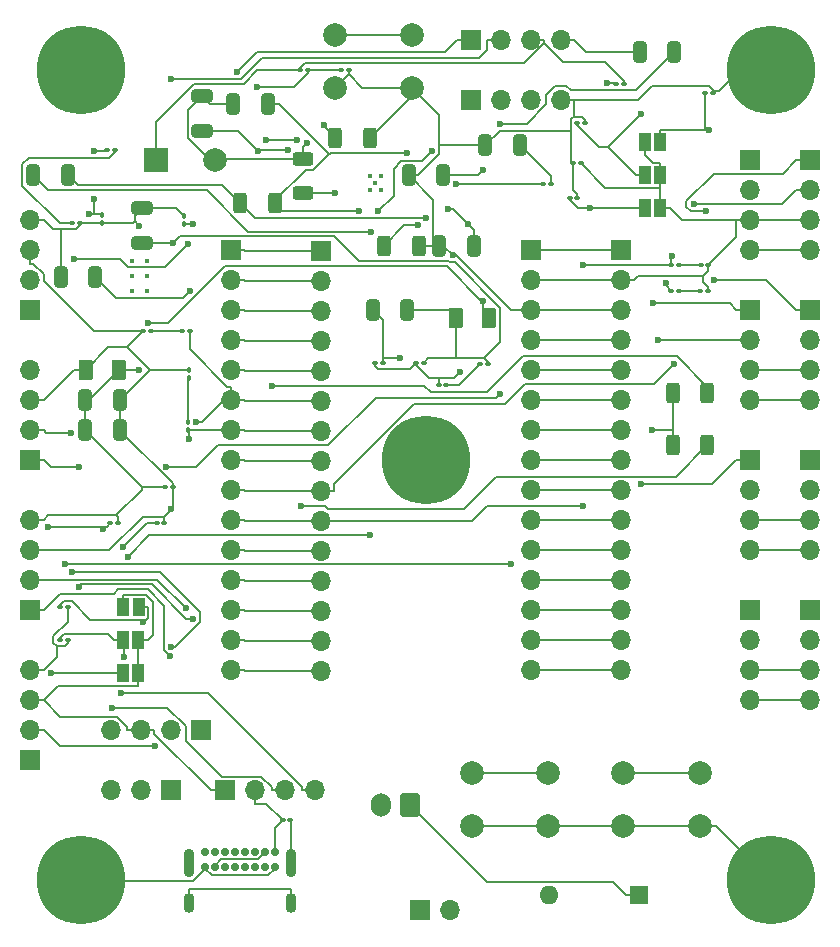
<source format=gbl>
G04 #@! TF.GenerationSoftware,KiCad,Pcbnew,8.0.7*
G04 #@! TF.CreationDate,2025-01-26T00:40:11-05:00*
G04 #@! TF.ProjectId,shadow,73686164-6f77-42e6-9b69-6361645f7063,rev?*
G04 #@! TF.SameCoordinates,Original*
G04 #@! TF.FileFunction,Copper,L2,Bot*
G04 #@! TF.FilePolarity,Positive*
%FSLAX46Y46*%
G04 Gerber Fmt 4.6, Leading zero omitted, Abs format (unit mm)*
G04 Created by KiCad (PCBNEW 8.0.7) date 2025-01-26 00:40:11*
%MOMM*%
%LPD*%
G01*
G04 APERTURE LIST*
G04 Aperture macros list*
%AMRoundRect*
0 Rectangle with rounded corners*
0 $1 Rounding radius*
0 $2 $3 $4 $5 $6 $7 $8 $9 X,Y pos of 4 corners*
0 Add a 4 corners polygon primitive as box body*
4,1,4,$2,$3,$4,$5,$6,$7,$8,$9,$2,$3,0*
0 Add four circle primitives for the rounded corners*
1,1,$1+$1,$2,$3*
1,1,$1+$1,$4,$5*
1,1,$1+$1,$6,$7*
1,1,$1+$1,$8,$9*
0 Add four rect primitives between the rounded corners*
20,1,$1+$1,$2,$3,$4,$5,0*
20,1,$1+$1,$4,$5,$6,$7,0*
20,1,$1+$1,$6,$7,$8,$9,0*
20,1,$1+$1,$8,$9,$2,$3,0*%
G04 Aperture macros list end*
G04 #@! TA.AperFunction,ComponentPad*
%ADD10R,1.700000X1.700000*%
G04 #@! TD*
G04 #@! TA.AperFunction,ComponentPad*
%ADD11O,1.700000X1.700000*%
G04 #@! TD*
G04 #@! TA.AperFunction,ComponentPad*
%ADD12RoundRect,0.250000X0.600000X0.750000X-0.600000X0.750000X-0.600000X-0.750000X0.600000X-0.750000X0*%
G04 #@! TD*
G04 #@! TA.AperFunction,ComponentPad*
%ADD13O,1.700000X2.000000*%
G04 #@! TD*
G04 #@! TA.AperFunction,ComponentPad*
%ADD14C,2.000000*%
G04 #@! TD*
G04 #@! TA.AperFunction,ComponentPad*
%ADD15C,7.500000*%
G04 #@! TD*
G04 #@! TA.AperFunction,ComponentPad*
%ADD16C,0.400000*%
G04 #@! TD*
G04 #@! TA.AperFunction,ComponentPad*
%ADD17R,1.600000X1.600000*%
G04 #@! TD*
G04 #@! TA.AperFunction,ComponentPad*
%ADD18O,1.600000X1.600000*%
G04 #@! TD*
G04 #@! TA.AperFunction,ComponentPad*
%ADD19C,0.700000*%
G04 #@! TD*
G04 #@! TA.AperFunction,ComponentPad*
%ADD20O,0.900000X2.400000*%
G04 #@! TD*
G04 #@! TA.AperFunction,ComponentPad*
%ADD21O,0.900000X1.700000*%
G04 #@! TD*
G04 #@! TA.AperFunction,ComponentPad*
%ADD22R,2.000000X2.000000*%
G04 #@! TD*
G04 #@! TA.AperFunction,SMDPad,CuDef*
%ADD23RoundRect,0.100000X-0.130000X-0.100000X0.130000X-0.100000X0.130000X0.100000X-0.130000X0.100000X0*%
G04 #@! TD*
G04 #@! TA.AperFunction,SMDPad,CuDef*
%ADD24RoundRect,0.250000X-0.375000X-0.625000X0.375000X-0.625000X0.375000X0.625000X-0.375000X0.625000X0*%
G04 #@! TD*
G04 #@! TA.AperFunction,SMDPad,CuDef*
%ADD25RoundRect,0.250000X0.325000X0.650000X-0.325000X0.650000X-0.325000X-0.650000X0.325000X-0.650000X0*%
G04 #@! TD*
G04 #@! TA.AperFunction,SMDPad,CuDef*
%ADD26R,1.000000X1.500000*%
G04 #@! TD*
G04 #@! TA.AperFunction,SMDPad,CuDef*
%ADD27RoundRect,0.100000X0.130000X0.100000X-0.130000X0.100000X-0.130000X-0.100000X0.130000X-0.100000X0*%
G04 #@! TD*
G04 #@! TA.AperFunction,SMDPad,CuDef*
%ADD28RoundRect,0.100000X-0.100000X0.130000X-0.100000X-0.130000X0.100000X-0.130000X0.100000X0.130000X0*%
G04 #@! TD*
G04 #@! TA.AperFunction,SMDPad,CuDef*
%ADD29RoundRect,0.250000X0.312500X0.625000X-0.312500X0.625000X-0.312500X-0.625000X0.312500X-0.625000X0*%
G04 #@! TD*
G04 #@! TA.AperFunction,SMDPad,CuDef*
%ADD30RoundRect,0.250000X-0.312500X-0.625000X0.312500X-0.625000X0.312500X0.625000X-0.312500X0.625000X0*%
G04 #@! TD*
G04 #@! TA.AperFunction,SMDPad,CuDef*
%ADD31RoundRect,0.250000X0.625000X-0.312500X0.625000X0.312500X-0.625000X0.312500X-0.625000X-0.312500X0*%
G04 #@! TD*
G04 #@! TA.AperFunction,SMDPad,CuDef*
%ADD32RoundRect,0.250000X0.650000X-0.325000X0.650000X0.325000X-0.650000X0.325000X-0.650000X-0.325000X0*%
G04 #@! TD*
G04 #@! TA.AperFunction,SMDPad,CuDef*
%ADD33RoundRect,0.100000X0.100000X-0.130000X0.100000X0.130000X-0.100000X0.130000X-0.100000X-0.130000X0*%
G04 #@! TD*
G04 #@! TA.AperFunction,ViaPad*
%ADD34C,0.600000*%
G04 #@! TD*
G04 #@! TA.AperFunction,Conductor*
%ADD35C,0.200000*%
G04 #@! TD*
G04 APERTURE END LIST*
D10*
X162052000Y-99060000D03*
D11*
X162052000Y-101600000D03*
X162052000Y-104140000D03*
X162052000Y-106680000D03*
D10*
X96037000Y-86360000D03*
D11*
X96037000Y-83820000D03*
X96037000Y-81280000D03*
X96037000Y-78740000D03*
D12*
X128230000Y-115570000D03*
D13*
X125730000Y-115570000D03*
D10*
X96037000Y-99060000D03*
D11*
X96037000Y-96520000D03*
X96037000Y-93980000D03*
X96037000Y-91440000D03*
D10*
X96037000Y-73660000D03*
D11*
X96037000Y-71120000D03*
X96037000Y-68580000D03*
X96037000Y-66040000D03*
D10*
X156972000Y-60960000D03*
D11*
X156972000Y-63500000D03*
X156972000Y-66040000D03*
X156972000Y-68580000D03*
D10*
X110490000Y-109220000D03*
D11*
X107950000Y-109220000D03*
X105410000Y-109220000D03*
X102870000Y-109220000D03*
D10*
X107950000Y-114300000D03*
D11*
X105410000Y-114300000D03*
X102870000Y-114300000D03*
D10*
X156972000Y-86360000D03*
D11*
X156972000Y-88900000D03*
X156972000Y-91440000D03*
X156972000Y-93980000D03*
D14*
X146277000Y-112812000D03*
X152777000Y-112812000D03*
X146277000Y-117312000D03*
X152777000Y-117312000D03*
D10*
X138430000Y-68580000D03*
D11*
X138430000Y-71120000D03*
X138430000Y-73660000D03*
X138430000Y-76200000D03*
X138430000Y-78740000D03*
X138430000Y-81280000D03*
X138430000Y-83820000D03*
X138430000Y-86360000D03*
X138430000Y-88900000D03*
X138430000Y-91440000D03*
X138430000Y-93980000D03*
X138430000Y-96520000D03*
X138430000Y-99060000D03*
X138430000Y-101600000D03*
X138430000Y-104140000D03*
D14*
X121870000Y-50328000D03*
X128370000Y-50328000D03*
X121870000Y-54828000D03*
X128370000Y-54828000D03*
D15*
X100330000Y-121920000D03*
D10*
X112557000Y-114300000D03*
D11*
X115097000Y-114300000D03*
X117637000Y-114300000D03*
X120177000Y-114300000D03*
D15*
X158750000Y-121920000D03*
D10*
X162052000Y-73660000D03*
D11*
X162052000Y-76200000D03*
X162052000Y-78740000D03*
X162052000Y-81280000D03*
D10*
X162052000Y-86360000D03*
D11*
X162052000Y-88900000D03*
X162052000Y-91440000D03*
X162052000Y-93980000D03*
D16*
X124830000Y-62265000D03*
X125730000Y-62265000D03*
X125280000Y-62865000D03*
X124830000Y-63465000D03*
X125730000Y-63465000D03*
X105928200Y-72064400D03*
X104628200Y-72064400D03*
X105928200Y-70764400D03*
X104628200Y-70764400D03*
X105928200Y-69464400D03*
X104628200Y-69464400D03*
D10*
X129057000Y-124460000D03*
D11*
X131597000Y-124460000D03*
D14*
X133427000Y-112812000D03*
X139927000Y-112812000D03*
X133427000Y-117312000D03*
X139927000Y-117312000D03*
D15*
X100330000Y-53340000D03*
D10*
X133350000Y-55855000D03*
D11*
X135890000Y-55855000D03*
X138430000Y-55855000D03*
X140970000Y-55855000D03*
D17*
X147574000Y-123190000D03*
D18*
X139954000Y-123190000D03*
D19*
X110817000Y-119495200D03*
X111667000Y-119495200D03*
X112517000Y-119495200D03*
X113367000Y-119495200D03*
X114217000Y-119495200D03*
X115067000Y-119495200D03*
X115917000Y-119495200D03*
X116767000Y-119495200D03*
X116767000Y-120845200D03*
X115917000Y-120845200D03*
X115067000Y-120845200D03*
X114217000Y-120845200D03*
X113367000Y-120845200D03*
X112517000Y-120845200D03*
X111667000Y-120845200D03*
X110817000Y-120845200D03*
D20*
X109467000Y-120475200D03*
D21*
X109467000Y-123855200D03*
D20*
X118117000Y-120475200D03*
D21*
X118117000Y-123855200D03*
D10*
X113030000Y-68580000D03*
D11*
X113030000Y-71120000D03*
X113030000Y-73660000D03*
X113030000Y-76200000D03*
X113030000Y-78740000D03*
X113030000Y-81280000D03*
X113030000Y-83820000D03*
X113030000Y-86360000D03*
X113030000Y-88900000D03*
X113030000Y-91440000D03*
X113030000Y-93980000D03*
X113030000Y-96520000D03*
X113030000Y-99060000D03*
X113030000Y-101600000D03*
X113030000Y-104140000D03*
D10*
X162052000Y-60960000D03*
D11*
X162052000Y-63500000D03*
X162052000Y-66040000D03*
X162052000Y-68580000D03*
D15*
X129540000Y-86360000D03*
D10*
X156997000Y-73660000D03*
D11*
X156997000Y-76200000D03*
X156997000Y-78740000D03*
X156997000Y-81280000D03*
D10*
X120650000Y-68610000D03*
D11*
X120650000Y-71150000D03*
X120650000Y-73690000D03*
X120650000Y-76230000D03*
X120650000Y-78770000D03*
X120650000Y-81310000D03*
X120650000Y-83850000D03*
X120650000Y-86390000D03*
X120650000Y-88930000D03*
X120650000Y-91470000D03*
X120650000Y-94010000D03*
X120650000Y-96550000D03*
X120650000Y-99090000D03*
X120650000Y-101630000D03*
X120650000Y-104170000D03*
D15*
X158750000Y-53340000D03*
D10*
X96037000Y-111760000D03*
D11*
X96037000Y-109220000D03*
X96037000Y-106680000D03*
X96037000Y-104140000D03*
D10*
X146050000Y-68580000D03*
D11*
X146050000Y-71120000D03*
X146050000Y-73660000D03*
X146050000Y-76200000D03*
X146050000Y-78740000D03*
X146050000Y-81280000D03*
X146050000Y-83820000D03*
X146050000Y-86360000D03*
X146050000Y-88900000D03*
X146050000Y-91440000D03*
X146050000Y-93980000D03*
X146050000Y-96520000D03*
X146050000Y-99060000D03*
X146050000Y-101600000D03*
X146050000Y-104140000D03*
D10*
X156972000Y-99060000D03*
D11*
X156972000Y-101600000D03*
X156972000Y-104140000D03*
X156972000Y-106680000D03*
D10*
X133350000Y-50800000D03*
D11*
X135890000Y-50800000D03*
X138430000Y-50800000D03*
X140970000Y-50800000D03*
D22*
X106683800Y-60985400D03*
D14*
X111683800Y-60985400D03*
D23*
X105623000Y-75438000D03*
X106263000Y-75438000D03*
D24*
X100736000Y-78740000D03*
X103536000Y-78740000D03*
D25*
X127992000Y-73660000D03*
X125042000Y-73660000D03*
D26*
X149409000Y-59436000D03*
X148109000Y-59436000D03*
D27*
X142676000Y-61214000D03*
X142036000Y-61214000D03*
X100258000Y-66294000D03*
X99618000Y-66294000D03*
D25*
X99239600Y-62230000D03*
X96289600Y-62230000D03*
D23*
X128737000Y-78105000D03*
X129377000Y-78105000D03*
D28*
X109372000Y-83155000D03*
X109372000Y-83795000D03*
D27*
X99242000Y-98806000D03*
X98602000Y-98806000D03*
D25*
X103657000Y-83820000D03*
X100707000Y-83820000D03*
D27*
X99217000Y-101600000D03*
X98577000Y-101600000D03*
D26*
X149407000Y-62230000D03*
X148107000Y-62230000D03*
D27*
X123027000Y-53340000D03*
X122387000Y-53340000D03*
D24*
X132102000Y-74295000D03*
X134902000Y-74295000D03*
D25*
X150598000Y-51816000D03*
X147648000Y-51816000D03*
D27*
X119562000Y-53340000D03*
X118922000Y-53340000D03*
D29*
X153379500Y-80645000D03*
X150454500Y-80645000D03*
D27*
X153446000Y-69850000D03*
X152806000Y-69850000D03*
X142367000Y-64135000D03*
X141727000Y-64135000D03*
X103469000Y-91694000D03*
X102829000Y-91694000D03*
X150967000Y-69845000D03*
X150327000Y-69845000D03*
D25*
X101576000Y-70866000D03*
X98626000Y-70866000D03*
X116152000Y-56220000D03*
X113202000Y-56220000D03*
D29*
X153379500Y-85090000D03*
X150454500Y-85090000D03*
D27*
X108102000Y-88646000D03*
X107462000Y-88646000D03*
D26*
X105226000Y-98806000D03*
X103926000Y-98806000D03*
D30*
X121879500Y-59055000D03*
X124804500Y-59055000D03*
D27*
X150962000Y-72009000D03*
X150322000Y-72009000D03*
D25*
X131040000Y-62230000D03*
X128090000Y-62230000D03*
D27*
X118085000Y-116840000D03*
X117445000Y-116840000D03*
D25*
X103657000Y-81280000D03*
X100707000Y-81280000D03*
X137517000Y-59690000D03*
X134567000Y-59690000D03*
D29*
X128930000Y-68199000D03*
X126005000Y-68199000D03*
D23*
X134162000Y-78232000D03*
X134802000Y-78232000D03*
D30*
X113828100Y-64617600D03*
X116753100Y-64617600D03*
D26*
X149409000Y-65024000D03*
X148109000Y-65024000D03*
D28*
X109057000Y-65720000D03*
X109057000Y-66360000D03*
D27*
X143002000Y-57785000D03*
X142362000Y-57785000D03*
D25*
X133641500Y-68199000D03*
X130691500Y-68199000D03*
D31*
X119126000Y-63754000D03*
X119126000Y-60829000D03*
D32*
X110607300Y-58474400D03*
X110607300Y-55524400D03*
D26*
X105211000Y-101600000D03*
X103911000Y-101600000D03*
D23*
X130642000Y-80010000D03*
X131282000Y-80010000D03*
X108900000Y-75438000D03*
X109540000Y-75438000D03*
D27*
X125887000Y-78105000D03*
X125247000Y-78105000D03*
X146304000Y-54483000D03*
X145664000Y-54483000D03*
D32*
X105537000Y-67997600D03*
X105537000Y-65047600D03*
D27*
X107401000Y-91694000D03*
X106761000Y-91694000D03*
D28*
X109499000Y-78740000D03*
X109499000Y-79380000D03*
D33*
X102133000Y-66269000D03*
X102133000Y-65629000D03*
D27*
X140136000Y-62992000D03*
X139496000Y-62992000D03*
D26*
X105211000Y-104394000D03*
X103911000Y-104394000D03*
D27*
X153827000Y-55245000D03*
X153187000Y-55245000D03*
X103200600Y-60071000D03*
X102560600Y-60071000D03*
X153421000Y-72009000D03*
X152781000Y-72009000D03*
D34*
X117837800Y-60088900D03*
X115360700Y-60206400D03*
X148666400Y-83768900D03*
X127942300Y-60383400D03*
X123906900Y-65254500D03*
X124898100Y-67004400D03*
X107967700Y-90473600D03*
X128883400Y-66481200D03*
X121852900Y-63754000D03*
X120911600Y-57981300D03*
X116558000Y-80040000D03*
X119014800Y-90212300D03*
X116044000Y-59223400D03*
X118672800Y-59223400D03*
X109604200Y-72013500D03*
X129540000Y-65860800D03*
X147788600Y-88372100D03*
X153938700Y-71144300D03*
X148764100Y-73085200D03*
X150376100Y-69104400D03*
X142827200Y-69845000D03*
X142827200Y-90215300D03*
X149243100Y-76200000D03*
X149844800Y-71383900D03*
X150550500Y-78186100D03*
X152239500Y-64669400D03*
X153298700Y-65277000D03*
X136756600Y-95173100D03*
X99005900Y-95173100D03*
X130088000Y-60170600D03*
X125519900Y-65257200D03*
X124795200Y-92710000D03*
X104321400Y-94539300D03*
X106586600Y-110577600D03*
X110074400Y-83113200D03*
X99798100Y-69349700D03*
X109433500Y-68031900D03*
X107985500Y-54077600D03*
X109818500Y-99767700D03*
X100183400Y-86955000D03*
X100183400Y-97081600D03*
X103719700Y-106053900D03*
X109216800Y-98867300D03*
X109457300Y-84590800D03*
X107884200Y-102978900D03*
X107969300Y-102172900D03*
X99571200Y-95798200D03*
X99468800Y-84026400D03*
X113554300Y-53475900D03*
X103001400Y-107308900D03*
X144908600Y-54455000D03*
X143418300Y-65024000D03*
X147773100Y-57060000D03*
X103929800Y-93688300D03*
X105630100Y-100073200D03*
X104004800Y-102997000D03*
X102242700Y-92207000D03*
X97590400Y-91987100D03*
X97791300Y-104394000D03*
X153484500Y-58384300D03*
X134382000Y-61774800D03*
X115217000Y-54728600D03*
X101001500Y-65517400D03*
X101417400Y-64260700D03*
X101417400Y-60167900D03*
X134382000Y-72873400D03*
X106019600Y-74727800D03*
X108153200Y-67997600D03*
X109847300Y-66360000D03*
X132140800Y-62992000D03*
X132406900Y-78894400D03*
X133129300Y-66328000D03*
X131403400Y-65085200D03*
X135833200Y-57856600D03*
X135833200Y-80745100D03*
X107573200Y-86940700D03*
X105278200Y-66511500D03*
X127329900Y-77730300D03*
X105278200Y-78740000D03*
X119487100Y-59497100D03*
X131805200Y-69016500D03*
D35*
X111667000Y-120726400D02*
X111667000Y-120845200D01*
X112223200Y-120170200D02*
X111667000Y-120726400D01*
X115323300Y-120170200D02*
X112223200Y-120170200D01*
X115917000Y-119576500D02*
X115323300Y-120170200D01*
X115917000Y-119495200D02*
X115917000Y-119576500D01*
X115478200Y-60088900D02*
X115360700Y-60206400D01*
X117837800Y-60088900D02*
X115478200Y-60088900D01*
X113628700Y-58474400D02*
X110607300Y-58474400D01*
X115360700Y-60206400D02*
X113628700Y-58474400D01*
X150454500Y-85090000D02*
X150454500Y-83768900D01*
X134748300Y-122088300D02*
X128230000Y-115570000D01*
X145370600Y-122088300D02*
X134748300Y-122088300D01*
X146472300Y-123190000D02*
X145370600Y-122088300D01*
X147574000Y-123190000D02*
X146472300Y-123190000D01*
X150454500Y-83768900D02*
X150454500Y-80645000D01*
X150454500Y-83768900D02*
X148666400Y-83768900D01*
X119968900Y-61764800D02*
X121324800Y-60408900D01*
X119363200Y-61764800D02*
X119968900Y-61764800D01*
X116753100Y-64374900D02*
X119363200Y-61764800D01*
X116753100Y-64617600D02*
X116753100Y-64374900D01*
X117135800Y-56220000D02*
X116152000Y-56220000D01*
X121324800Y-60408900D02*
X117135800Y-56220000D01*
X117390000Y-65254500D02*
X123906900Y-65254500D01*
X116753100Y-64617600D02*
X117390000Y-65254500D01*
X121436800Y-60383400D02*
X127942300Y-60383400D01*
X121411200Y-60409000D02*
X121436800Y-60383400D01*
X121324800Y-60409000D02*
X121411200Y-60409000D01*
X121324800Y-60408900D02*
X121324800Y-60409000D01*
X114495900Y-67004400D02*
X124898100Y-67004400D01*
X111011500Y-63520000D02*
X114495900Y-67004400D01*
X97579600Y-63520000D02*
X111011500Y-63520000D01*
X96289600Y-62230000D02*
X97579600Y-63520000D01*
X138430000Y-50800000D02*
X139581700Y-50800000D01*
X146050000Y-71120000D02*
X147201700Y-71120000D01*
X141196100Y-52682900D02*
X139581700Y-51068500D01*
X144748600Y-52682900D02*
X141196100Y-52682900D01*
X146304000Y-54238300D02*
X144748600Y-52682900D01*
X146304000Y-54483000D02*
X146304000Y-54238300D01*
X139581700Y-51068500D02*
X139581700Y-50800000D01*
X144743700Y-63281700D02*
X149407000Y-63281700D01*
X142676000Y-61214000D02*
X144743700Y-63281700D01*
X156972000Y-66040000D02*
X155820300Y-66040000D01*
X105211000Y-101600000D02*
X105211000Y-104394000D01*
X96037000Y-106680000D02*
X97188700Y-106680000D01*
X149407000Y-62230000D02*
X149407000Y-62755800D01*
X149407000Y-62755800D02*
X149407000Y-63281700D01*
X149409000Y-62757800D02*
X149409000Y-65024000D01*
X149407000Y-62755800D02*
X149409000Y-62757800D01*
X148799600Y-61178300D02*
X149407000Y-61178300D01*
X148109000Y-60487700D02*
X148799600Y-61178300D01*
X148109000Y-59436000D02*
X148109000Y-60487700D01*
X149407000Y-62230000D02*
X149407000Y-61178300D01*
X103657000Y-83820000D02*
X103657000Y-81280000D01*
X103657000Y-81280000D02*
X106197000Y-78740000D01*
X106197000Y-78740000D02*
X109499000Y-78740000D01*
X104259000Y-76802000D02*
X105623000Y-75438000D01*
X102674000Y-76802000D02*
X104259000Y-76802000D01*
X100736000Y-78740000D02*
X102674000Y-76802000D01*
X104259000Y-76802000D02*
X106197000Y-78740000D01*
X155820300Y-67475700D02*
X155820300Y-66040000D01*
X153446000Y-69850000D02*
X155820300Y-67475700D01*
X138430000Y-71120000D02*
X146050000Y-71120000D01*
X149409000Y-65024000D02*
X150210700Y-65024000D01*
X105410000Y-109220000D02*
X106561700Y-109220000D01*
X99728700Y-78740000D02*
X100736000Y-78740000D01*
X97188700Y-81280000D02*
X99728700Y-78740000D01*
X96037000Y-81280000D02*
X97188700Y-81280000D01*
X156972000Y-104140000D02*
X162052000Y-104140000D01*
X156997000Y-78740000D02*
X162052000Y-78740000D01*
X162052000Y-66040000D02*
X156972000Y-66040000D01*
X162052000Y-91440000D02*
X156972000Y-91440000D01*
X153446000Y-70322500D02*
X152986300Y-70782200D01*
X153446000Y-69850000D02*
X153446000Y-70322500D01*
X147539500Y-70782200D02*
X147201700Y-71120000D01*
X152986300Y-70782200D02*
X147539500Y-70782200D01*
X105211000Y-104394000D02*
X105211000Y-105445700D01*
X105410000Y-109220000D02*
X104258300Y-109220000D01*
X101430900Y-75438000D02*
X105623000Y-75438000D01*
X97188700Y-71195800D02*
X101430900Y-75438000D01*
X97188700Y-70595400D02*
X97188700Y-71195800D01*
X96325000Y-69731700D02*
X97188700Y-70595400D01*
X96037000Y-69731700D02*
X96325000Y-69731700D01*
X96037000Y-68580000D02*
X96037000Y-69731700D01*
X108102000Y-88320300D02*
X108102000Y-88646000D01*
X103657000Y-83875300D02*
X108102000Y-88320300D01*
X103657000Y-83820000D02*
X103657000Y-83875300D01*
X106561700Y-109524700D02*
X106561700Y-109220000D01*
X111337000Y-114300000D02*
X106561700Y-109524700D01*
X111405300Y-114300000D02*
X111337000Y-114300000D01*
X112557000Y-114300000D02*
X111405300Y-114300000D01*
X98423000Y-105445700D02*
X97188700Y-106680000D01*
X105211000Y-105445700D02*
X98423000Y-105445700D01*
X105211000Y-101600000D02*
X106012700Y-101600000D01*
X103926000Y-98806000D02*
X103926000Y-97754300D01*
X107401000Y-91694000D02*
X107401000Y-91168200D01*
X107967700Y-90601500D02*
X107967700Y-90473600D01*
X107401000Y-91168200D02*
X107967700Y-90601500D01*
X108102000Y-90339300D02*
X108102000Y-88646000D01*
X107967700Y-90473600D02*
X108102000Y-90339300D01*
X153421000Y-71685500D02*
X153421000Y-72009000D01*
X152986300Y-71250800D02*
X153421000Y-71685500D01*
X152986300Y-70782200D02*
X152986300Y-71250800D01*
X106474800Y-101137900D02*
X106012700Y-101600000D01*
X106474800Y-98361000D02*
X106474800Y-101137900D01*
X105868100Y-97754300D02*
X106474800Y-98361000D01*
X103926000Y-97754300D02*
X105868100Y-97754300D01*
X115261700Y-53340000D02*
X118922000Y-53340000D01*
X114122400Y-54479300D02*
X115261700Y-53340000D01*
X109895900Y-54479300D02*
X114122400Y-54479300D01*
X106683800Y-57691400D02*
X109895900Y-54479300D01*
X106683800Y-60985400D02*
X106683800Y-57691400D01*
X137893600Y-52756600D02*
X139581700Y-51068500D01*
X119288300Y-52756600D02*
X137893600Y-52756600D01*
X118922000Y-53122900D02*
X119288300Y-52756600D01*
X118922000Y-53340000D02*
X118922000Y-53122900D01*
X102751900Y-93980000D02*
X96037000Y-93980000D01*
X105563700Y-91168200D02*
X102751900Y-93980000D01*
X107401000Y-91168200D02*
X105563700Y-91168200D01*
X151226700Y-66040000D02*
X155820300Y-66040000D01*
X150210700Y-65024000D02*
X151226700Y-66040000D01*
X104258300Y-108932000D02*
X104258300Y-109220000D01*
X103394600Y-108068300D02*
X104258300Y-108932000D01*
X98577000Y-108068300D02*
X103394600Y-108068300D01*
X97188700Y-106680000D02*
X98577000Y-108068300D01*
X150972000Y-69850000D02*
X152806000Y-69850000D01*
X150967000Y-69845000D02*
X150972000Y-69850000D01*
X152781000Y-72009000D02*
X150962000Y-72009000D01*
X109372000Y-79507000D02*
X109372000Y-83155000D01*
X109499000Y-79380000D02*
X109372000Y-79507000D01*
X106263000Y-75438000D02*
X108900000Y-75438000D01*
X127722800Y-66481200D02*
X128883400Y-66481200D01*
X126005000Y-68199000D02*
X127722800Y-66481200D01*
X119126000Y-63754000D02*
X121852900Y-63754000D01*
X120911600Y-58087100D02*
X120911600Y-57981300D01*
X121879500Y-59055000D02*
X120911600Y-58087100D01*
X129429300Y-80040000D02*
X116558000Y-80040000D01*
X129951700Y-80562400D02*
X129429300Y-80040000D01*
X134759000Y-80562400D02*
X129951700Y-80562400D01*
X137750100Y-77571300D02*
X134759000Y-80562400D01*
X150786600Y-77571300D02*
X137750100Y-77571300D01*
X153379500Y-80164200D02*
X150786600Y-77571300D01*
X153379500Y-80645000D02*
X153379500Y-80164200D01*
X118672800Y-59223400D02*
X116044000Y-59223400D01*
X121021100Y-90212300D02*
X119014800Y-90212300D01*
X121267900Y-90459100D02*
X121021100Y-90212300D01*
X132741600Y-90459100D02*
X121267900Y-90459100D01*
X135452400Y-87748300D02*
X132741600Y-90459100D01*
X150721200Y-87748300D02*
X135452400Y-87748300D01*
X153379500Y-85090000D02*
X150721200Y-87748300D01*
X109004000Y-72613700D02*
X109604200Y-72013500D01*
X103323700Y-72613700D02*
X109004000Y-72613700D01*
X101576000Y-70866000D02*
X103323700Y-72613700D01*
X115071300Y-65860800D02*
X129540000Y-65860800D01*
X113828100Y-64617600D02*
X115071300Y-65860800D01*
X112259600Y-63049100D02*
X113828100Y-64617600D01*
X100058700Y-63049100D02*
X112259600Y-63049100D01*
X99239600Y-62230000D02*
X100058700Y-63049100D01*
X114211700Y-96550000D02*
X114181700Y-96520000D01*
X120650000Y-96550000D02*
X114211700Y-96550000D01*
X113030000Y-96520000D02*
X114181700Y-96520000D01*
X114211700Y-73690000D02*
X114181700Y-73660000D01*
X120650000Y-73690000D02*
X114211700Y-73690000D01*
X113030000Y-73660000D02*
X114181700Y-73660000D01*
X114211700Y-101630000D02*
X114181700Y-101600000D01*
X120650000Y-101630000D02*
X114211700Y-101630000D01*
X113030000Y-101600000D02*
X114181700Y-101600000D01*
X114211700Y-86390000D02*
X114181700Y-86360000D01*
X120650000Y-86390000D02*
X114211700Y-86390000D01*
X113030000Y-86360000D02*
X114181700Y-86360000D01*
X114211700Y-78770000D02*
X114181700Y-78740000D01*
X120650000Y-78770000D02*
X114211700Y-78770000D01*
X113030000Y-78740000D02*
X114181700Y-78740000D01*
X114211700Y-71150000D02*
X114181700Y-71120000D01*
X120650000Y-71150000D02*
X114211700Y-71150000D01*
X113030000Y-71120000D02*
X114181700Y-71120000D01*
X114211700Y-76230000D02*
X114181700Y-76200000D01*
X120650000Y-76230000D02*
X114211700Y-76230000D01*
X113030000Y-76200000D02*
X114181700Y-76200000D01*
X114211700Y-104170000D02*
X114181700Y-104140000D01*
X120650000Y-104170000D02*
X114211700Y-104170000D01*
X113030000Y-104140000D02*
X114181700Y-104140000D01*
X113030000Y-93980000D02*
X114181700Y-93980000D01*
X114211700Y-94010000D02*
X114181700Y-93980000D01*
X120650000Y-94010000D02*
X114211700Y-94010000D01*
X114211700Y-68610000D02*
X114181700Y-68580000D01*
X120650000Y-68610000D02*
X114211700Y-68610000D01*
X113030000Y-68580000D02*
X114181700Y-68580000D01*
X146050000Y-104140000D02*
X138430000Y-104140000D01*
X146050000Y-86360000D02*
X138430000Y-86360000D01*
X146050000Y-83820000D02*
X138430000Y-83820000D01*
X146050000Y-81280000D02*
X138430000Y-81280000D01*
X128370000Y-50328000D02*
X121870000Y-50328000D01*
X146050000Y-68580000D02*
X138430000Y-68580000D01*
X146050000Y-88900000D02*
X138430000Y-88900000D01*
X139927000Y-112812000D02*
X133427000Y-112812000D01*
X146050000Y-93980000D02*
X138430000Y-93980000D01*
X146050000Y-101600000D02*
X138430000Y-101600000D01*
X146050000Y-99060000D02*
X138430000Y-99060000D01*
X146050000Y-96520000D02*
X138430000Y-96520000D01*
X152777000Y-112812000D02*
X146277000Y-112812000D01*
X146050000Y-91440000D02*
X138430000Y-91440000D01*
X146050000Y-76200000D02*
X138430000Y-76200000D01*
X146050000Y-78740000D02*
X138430000Y-78740000D01*
X153808200Y-88372100D02*
X147788600Y-88372100D01*
X155820300Y-86360000D02*
X153808200Y-88372100D01*
X156972000Y-86360000D02*
X155820300Y-86360000D01*
X158384600Y-71144300D02*
X160900300Y-73660000D01*
X153938700Y-71144300D02*
X158384600Y-71144300D01*
X162052000Y-73660000D02*
X160900300Y-73660000D01*
X156997000Y-73660000D02*
X155845300Y-73660000D01*
X155270500Y-73085200D02*
X148764100Y-73085200D01*
X155845300Y-73660000D02*
X155270500Y-73085200D01*
X114211700Y-91470000D02*
X114181700Y-91440000D01*
X120650000Y-91470000D02*
X114211700Y-91470000D01*
X113030000Y-91440000D02*
X114181700Y-91440000D01*
X150327000Y-69845000D02*
X142827200Y-69845000D01*
X150327000Y-69153500D02*
X150376100Y-69104400D01*
X150327000Y-69845000D02*
X150327000Y-69153500D01*
X133468900Y-91470000D02*
X120650000Y-91470000D01*
X134723600Y-90215300D02*
X133468900Y-91470000D01*
X142827200Y-90215300D02*
X134723600Y-90215300D01*
X156997000Y-76200000D02*
X149243100Y-76200000D01*
X113030000Y-88900000D02*
X114181700Y-88900000D01*
X149844800Y-71531800D02*
X149844800Y-71383900D01*
X150322000Y-72009000D02*
X149844800Y-71531800D01*
X120650000Y-88930000D02*
X121801700Y-88930000D01*
X148844900Y-79891700D02*
X150550500Y-78186100D01*
X137961100Y-79891700D02*
X148844900Y-79891700D01*
X136213600Y-81639200D02*
X137961100Y-79891700D01*
X128518700Y-81639200D02*
X136213600Y-81639200D01*
X121801700Y-88356200D02*
X128518700Y-81639200D01*
X121801700Y-88930000D02*
X121801700Y-88356200D01*
X114211700Y-88930000D02*
X114181700Y-88900000D01*
X120650000Y-88930000D02*
X114211700Y-88930000D01*
X162052000Y-63500000D02*
X160900300Y-63500000D01*
X159730900Y-64669400D02*
X152239500Y-64669400D01*
X160900300Y-63500000D02*
X159730900Y-64669400D01*
X162052000Y-60960000D02*
X160900300Y-60960000D01*
X151956800Y-65277000D02*
X153298700Y-65277000D01*
X151617000Y-64937200D02*
X151956800Y-65277000D01*
X151617000Y-64401900D02*
X151617000Y-64937200D01*
X153907200Y-62111700D02*
X151617000Y-64401900D01*
X159748600Y-62111700D02*
X153907200Y-62111700D01*
X160900300Y-60960000D02*
X159748600Y-62111700D01*
X136756600Y-95173100D02*
X99005900Y-95173100D01*
X106150700Y-92710000D02*
X124795200Y-92710000D01*
X104321400Y-94539300D02*
X106150700Y-92710000D01*
X129252800Y-61005800D02*
X130088000Y-60170600D01*
X127481100Y-61005800D02*
X129252800Y-61005800D01*
X126811900Y-61675000D02*
X127481100Y-61005800D01*
X126811900Y-63965200D02*
X126811900Y-61675000D01*
X125519900Y-65257200D02*
X126811900Y-63965200D01*
X96037000Y-109220000D02*
X97188700Y-109220000D01*
X98546300Y-110577600D02*
X106586600Y-110577600D01*
X97188700Y-109220000D02*
X98546300Y-110577600D01*
X114211700Y-81310000D02*
X114181700Y-81280000D01*
X120650000Y-81310000D02*
X114211700Y-81310000D01*
X113605900Y-81280000D02*
X114181700Y-81280000D01*
X113605900Y-81280000D02*
X113030000Y-81280000D01*
X109540000Y-76926200D02*
X109540000Y-75438000D01*
X112742100Y-80128300D02*
X109540000Y-76926200D01*
X113030000Y-80128300D02*
X112742100Y-80128300D01*
X113030000Y-81280000D02*
X113030000Y-80704100D01*
X113030000Y-80704100D02*
X113030000Y-80128300D01*
X110620900Y-83113200D02*
X110074400Y-83113200D01*
X113030000Y-80704100D02*
X110620900Y-83113200D01*
X135890000Y-50800000D02*
X134738300Y-50800000D01*
X107446600Y-70018800D02*
X109433500Y-68031900D01*
X104360600Y-70018800D02*
X107446600Y-70018800D01*
X103691500Y-69349700D02*
X104360600Y-70018800D01*
X99798100Y-69349700D02*
X103691500Y-69349700D01*
X113855900Y-54077600D02*
X107985500Y-54077600D01*
X115646600Y-52286900D02*
X113855900Y-54077600D01*
X134043200Y-52286900D02*
X115646600Y-52286900D01*
X134738300Y-51591800D02*
X134043200Y-52286900D01*
X134738300Y-50800000D02*
X134738300Y-51591800D01*
X96037000Y-86360000D02*
X97188700Y-86360000D01*
X97783700Y-86955000D02*
X100183400Y-86955000D01*
X97188700Y-86360000D02*
X97783700Y-86955000D01*
X100384300Y-96880700D02*
X100183400Y-97081600D01*
X106328500Y-96880700D02*
X100384300Y-96880700D01*
X109215500Y-99767700D02*
X106328500Y-96880700D01*
X109818500Y-99767700D02*
X109215500Y-99767700D01*
X120177000Y-114300000D02*
X119025300Y-114300000D01*
X111067100Y-106053900D02*
X103719700Y-106053900D01*
X119025300Y-114012100D02*
X111067100Y-106053900D01*
X119025300Y-114300000D02*
X119025300Y-114012100D01*
X96037000Y-96520000D02*
X97188700Y-96520000D01*
X97237400Y-96471300D02*
X97188700Y-96520000D01*
X106820800Y-96471300D02*
X97237400Y-96471300D01*
X109216800Y-98867300D02*
X106820800Y-96471300D01*
X114211700Y-83850000D02*
X114181700Y-83820000D01*
X120650000Y-83850000D02*
X114211700Y-83850000D01*
X113030000Y-83820000D02*
X114181700Y-83820000D01*
X113030000Y-83820000D02*
X111878300Y-83820000D01*
X109457300Y-83820000D02*
X109457300Y-84590800D01*
X109397000Y-83820000D02*
X109457300Y-83820000D01*
X109372000Y-83795000D02*
X109397000Y-83820000D01*
X109457300Y-83820000D02*
X111878300Y-83820000D01*
X96037000Y-99060000D02*
X97188700Y-99060000D01*
X98557900Y-97690800D02*
X97188700Y-99060000D01*
X103116800Y-97690800D02*
X98557900Y-97690800D01*
X103497600Y-97310000D02*
X103116800Y-97690800D01*
X105995000Y-97310000D02*
X103497600Y-97310000D01*
X107367600Y-98682600D02*
X105995000Y-97310000D01*
X107367600Y-102462300D02*
X107367600Y-98682600D01*
X107884200Y-102978900D02*
X107367600Y-102462300D01*
X97395100Y-84026400D02*
X99468800Y-84026400D01*
X97188700Y-83820000D02*
X97395100Y-84026400D01*
X96037000Y-83820000D02*
X97188700Y-83820000D01*
X108323200Y-102172900D02*
X107969300Y-102172900D01*
X110457500Y-100038600D02*
X108323200Y-102172900D01*
X110457500Y-99232400D02*
X110457500Y-100038600D01*
X107023300Y-95798200D02*
X110457500Y-99232400D01*
X99571200Y-95798200D02*
X107023300Y-95798200D01*
X133350000Y-50800000D02*
X132198300Y-50800000D01*
X115211400Y-51818800D02*
X113554300Y-53475900D01*
X131179500Y-51818800D02*
X115211400Y-51818800D01*
X132198300Y-50800000D02*
X131179500Y-51818800D01*
X117637000Y-114300000D02*
X116485300Y-114300000D01*
X116485300Y-114012000D02*
X116485300Y-114300000D01*
X115621600Y-113148300D02*
X116485300Y-114012000D01*
X112257300Y-113148300D02*
X115621600Y-113148300D01*
X109220000Y-110111000D02*
X112257300Y-113148300D01*
X109220000Y-108859300D02*
X109220000Y-110111000D01*
X107669600Y-107308900D02*
X109220000Y-108859300D01*
X103001400Y-107308900D02*
X107669600Y-107308900D01*
X145636000Y-54455000D02*
X144908600Y-54455000D01*
X145664000Y-54483000D02*
X145636000Y-54455000D01*
X148109000Y-65024000D02*
X143418300Y-65024000D01*
X141727000Y-64356900D02*
X141727000Y-64135000D01*
X142394100Y-65024000D02*
X141727000Y-64356900D01*
X143418300Y-65024000D02*
X142394100Y-65024000D01*
X148107000Y-62230000D02*
X147305300Y-62230000D01*
X144955400Y-59880100D02*
X147305300Y-62230000D01*
X144225000Y-59880100D02*
X144955400Y-59880100D01*
X142362000Y-58017100D02*
X144225000Y-59880100D01*
X142362000Y-57785000D02*
X142362000Y-58017100D01*
X147773100Y-57062400D02*
X147773100Y-57060000D01*
X144955400Y-59880100D02*
X147773100Y-57062400D01*
X105924100Y-91694000D02*
X103929800Y-93688300D01*
X106761000Y-91694000D02*
X105924100Y-91694000D01*
X105226000Y-98806000D02*
X106027700Y-98806000D01*
X105630100Y-99881700D02*
X105630100Y-100073200D01*
X101152100Y-99881700D02*
X105630100Y-99881700D01*
X99573000Y-98302600D02*
X101152100Y-99881700D01*
X98911500Y-98302600D02*
X99573000Y-98302600D01*
X98602000Y-98612100D02*
X98911500Y-98302600D01*
X98602000Y-98806000D02*
X98602000Y-98612100D01*
X106027700Y-99747300D02*
X106027700Y-98806000D01*
X105893300Y-99881700D02*
X106027700Y-99747300D01*
X105630100Y-99881700D02*
X105893300Y-99881700D01*
X102606900Y-101097600D02*
X103109300Y-101600000D01*
X98888400Y-101097600D02*
X102606900Y-101097600D01*
X98577000Y-101409000D02*
X98888400Y-101097600D01*
X98577000Y-101600000D02*
X98577000Y-101409000D01*
X103911000Y-101600000D02*
X103510200Y-101600000D01*
X103510200Y-101600000D02*
X103109300Y-101600000D01*
X104004800Y-102094600D02*
X104004800Y-102997000D01*
X103510200Y-101600000D02*
X104004800Y-102094600D01*
X102535900Y-91987100D02*
X102242700Y-91987100D01*
X102829000Y-91694000D02*
X102535900Y-91987100D01*
X102242700Y-91987100D02*
X102242700Y-92207000D01*
X103911000Y-104394000D02*
X97791300Y-104394000D01*
X102242700Y-91987100D02*
X97590400Y-91987100D01*
X149409000Y-59436000D02*
X149409000Y-58384300D01*
X153187000Y-55245000D02*
X153187000Y-58384300D01*
X149409000Y-58384300D02*
X153187000Y-58384300D01*
X153187000Y-58384300D02*
X153484500Y-58384300D01*
X133926800Y-62230000D02*
X134382000Y-61774800D01*
X131040000Y-62230000D02*
X133926800Y-62230000D01*
X119562000Y-53340000D02*
X122387000Y-53340000D01*
X118380800Y-54728600D02*
X115217000Y-54728600D01*
X119562000Y-53547400D02*
X118380800Y-54728600D01*
X119562000Y-53340000D02*
X119562000Y-53547400D01*
X103200600Y-60310500D02*
X103200600Y-60071000D01*
X102741500Y-60769600D02*
X103200600Y-60310500D01*
X95945400Y-60769600D02*
X102741500Y-60769600D01*
X95396900Y-61318100D02*
X95945400Y-60769600D01*
X95396900Y-63106900D02*
X95396900Y-61318100D01*
X98584000Y-66294000D02*
X95396900Y-63106900D01*
X99618000Y-66294000D02*
X98584000Y-66294000D01*
X102463700Y-60167900D02*
X102560600Y-60071000D01*
X101417400Y-60167900D02*
X102463700Y-60167900D01*
X102021400Y-65517400D02*
X101417400Y-65517400D01*
X102133000Y-65629000D02*
X102021400Y-65517400D01*
X101417400Y-65517400D02*
X101001500Y-65517400D01*
X101417400Y-65517400D02*
X101417400Y-64260700D01*
X134382000Y-73775000D02*
X134382000Y-72873400D01*
X134902000Y-74295000D02*
X134382000Y-73775000D01*
X107742400Y-74727800D02*
X106019600Y-74727800D01*
X112537000Y-69933200D02*
X107742400Y-74727800D01*
X131303100Y-69933200D02*
X112537000Y-69933200D01*
X134243300Y-72873400D02*
X131303100Y-69933200D01*
X134382000Y-72873400D02*
X134243300Y-72873400D01*
X118117000Y-116872000D02*
X118117000Y-120475200D01*
X118085000Y-116840000D02*
X118117000Y-116872000D01*
X118117000Y-123855200D02*
X118117000Y-122703500D01*
X109467000Y-123855200D02*
X109467000Y-122703500D01*
X109467000Y-122703500D02*
X118117000Y-122703500D01*
X132102000Y-74295000D02*
X132102000Y-77719800D01*
X129762200Y-77719800D02*
X129377000Y-78105000D01*
X132102000Y-77719800D02*
X129762200Y-77719800D01*
X131467000Y-73660000D02*
X127992000Y-73660000D01*
X132102000Y-74295000D02*
X131467000Y-73660000D01*
X105537000Y-67997600D02*
X108153200Y-67997600D01*
X134802000Y-78040900D02*
X134480900Y-77719800D01*
X134802000Y-78232000D02*
X134802000Y-78040900D01*
X134480900Y-77719800D02*
X132102000Y-77719800D01*
X135847300Y-76353400D02*
X134480900Y-77719800D01*
X135847300Y-73437400D02*
X135847300Y-76353400D01*
X132028100Y-69618200D02*
X135847300Y-73437400D01*
X131556100Y-69618200D02*
X132028100Y-69618200D01*
X131446900Y-69509000D02*
X131556100Y-69618200D01*
X123903100Y-69509000D02*
X131446900Y-69509000D01*
X121800200Y-67406100D02*
X123903100Y-69509000D01*
X108744700Y-67406100D02*
X121800200Y-67406100D01*
X108153200Y-67997600D02*
X108744700Y-67406100D01*
X108151600Y-67996000D02*
X108153200Y-67997600D01*
X108153200Y-67996000D02*
X108151600Y-67996000D01*
X108153200Y-67997600D02*
X108153200Y-67996000D01*
X109057000Y-66360000D02*
X109847300Y-66360000D01*
X139496000Y-62992000D02*
X132140800Y-62992000D01*
X140136000Y-62309000D02*
X137517000Y-59690000D01*
X140136000Y-62992000D02*
X140136000Y-62309000D01*
X128234900Y-78607100D02*
X128624400Y-78217600D01*
X125489200Y-78607100D02*
X128234900Y-78607100D01*
X125247000Y-78364900D02*
X125489200Y-78607100D01*
X125247000Y-78105000D02*
X125247000Y-78364900D01*
X128624400Y-78217600D02*
X128737000Y-78105000D01*
X130642000Y-79395800D02*
X130642000Y-80010000D01*
X129802500Y-79395800D02*
X130642000Y-79395800D01*
X128624400Y-78217600D02*
X129802500Y-79395800D01*
X131905500Y-79395800D02*
X132406900Y-78894400D01*
X130642000Y-79395800D02*
X131905500Y-79395800D01*
X133641500Y-66840200D02*
X133129300Y-66328000D01*
X133641500Y-68199000D02*
X133641500Y-66840200D01*
X135507300Y-81071000D02*
X135833200Y-80745100D01*
X125329000Y-81071000D02*
X135507300Y-81071000D01*
X121295000Y-85105000D02*
X125329000Y-81071000D01*
X111965800Y-85105000D02*
X121295000Y-85105000D01*
X110130100Y-86940700D02*
X111965800Y-85105000D01*
X107573200Y-86940700D02*
X110130100Y-86940700D01*
X147357300Y-55056700D02*
X150598000Y-51816000D01*
X141800500Y-55056700D02*
X147357300Y-55056700D01*
X141447100Y-54703300D02*
X141800500Y-55056700D01*
X140457600Y-54703300D02*
X141447100Y-54703300D01*
X139700000Y-55460900D02*
X140457600Y-54703300D01*
X139700000Y-56244700D02*
X139700000Y-55460900D01*
X138088100Y-57856600D02*
X139700000Y-56244700D01*
X135833200Y-57856600D02*
X138088100Y-57856600D01*
X131886500Y-65085200D02*
X131403400Y-65085200D01*
X133129300Y-66328000D02*
X131886500Y-65085200D01*
X132384000Y-80010000D02*
X134162000Y-78232000D01*
X131282000Y-80010000D02*
X132384000Y-80010000D01*
X108384600Y-65047600D02*
X105537000Y-65047600D01*
X109057000Y-65720000D02*
X108384600Y-65047600D01*
X140970000Y-55855000D02*
X142121700Y-55855000D01*
X115097000Y-114300000D02*
X115097000Y-115451700D01*
X96037000Y-91440000D02*
X97188700Y-91440000D01*
X142036000Y-63525000D02*
X142036000Y-61214000D01*
X142367000Y-63856000D02*
X142036000Y-63525000D01*
X142367000Y-64135000D02*
X142367000Y-63856000D01*
X96037000Y-104140000D02*
X97188700Y-104140000D01*
X98278900Y-103049800D02*
X97188700Y-104140000D01*
X98278900Y-102102100D02*
X98278900Y-103049800D01*
X98020100Y-101843300D02*
X98278900Y-102102100D01*
X98020100Y-101284400D02*
X98020100Y-101843300D01*
X99242000Y-100062500D02*
X98020100Y-101284400D01*
X99242000Y-98806000D02*
X99242000Y-100062500D01*
X99217000Y-101851100D02*
X99217000Y-101600000D01*
X98966000Y-102102100D02*
X99217000Y-101851100D01*
X98278900Y-102102100D02*
X98966000Y-102102100D01*
X96037000Y-66040000D02*
X97188700Y-66040000D01*
X102108000Y-66294000D02*
X100258000Y-66294000D01*
X102133000Y-66269000D02*
X102108000Y-66294000D01*
X142121700Y-57282900D02*
X142121700Y-55855000D01*
X143002000Y-57533900D02*
X143002000Y-57785000D01*
X142751000Y-57282900D02*
X143002000Y-57533900D01*
X142121700Y-57282900D02*
X142751000Y-57282900D01*
X135792500Y-58464500D02*
X141816100Y-58464500D01*
X134567000Y-59690000D02*
X135792500Y-58464500D01*
X141816100Y-60994100D02*
X141816100Y-58464500D01*
X142036000Y-61214000D02*
X141816100Y-60994100D01*
X142044600Y-57282900D02*
X142121700Y-57282900D01*
X141816100Y-57511400D02*
X142044600Y-57282900D01*
X141816100Y-58464500D02*
X141816100Y-57511400D01*
X98626000Y-70866000D02*
X98626000Y-66796100D01*
X99919000Y-66796100D02*
X98626000Y-66796100D01*
X100258000Y-66457100D02*
X99919000Y-66796100D01*
X100258000Y-66294000D02*
X100258000Y-66457100D01*
X97944800Y-66796100D02*
X97188700Y-66040000D01*
X98626000Y-66796100D02*
X97944800Y-66796100D01*
X143137700Y-51816000D02*
X142121700Y-50800000D01*
X147648000Y-51816000D02*
X143137700Y-51816000D01*
X140970000Y-50800000D02*
X142121700Y-50800000D01*
X100707000Y-81280000D02*
X100707000Y-83820000D01*
X116056700Y-115451700D02*
X115097000Y-115451700D01*
X117445000Y-116840000D02*
X116056700Y-115451700D01*
X116767000Y-117518000D02*
X116767000Y-119495200D01*
X117445000Y-116840000D02*
X116767000Y-117518000D01*
X153827000Y-55245000D02*
X153940200Y-55131800D01*
X156148600Y-53340000D02*
X158750000Y-53340000D01*
X154356800Y-55131800D02*
X156148600Y-53340000D01*
X153940200Y-55131800D02*
X154356800Y-55131800D01*
X111302900Y-56220000D02*
X110607300Y-55524400D01*
X113202000Y-56220000D02*
X111302900Y-56220000D01*
X111305500Y-60985400D02*
X111683800Y-60985400D01*
X109402300Y-59082200D02*
X111305500Y-60985400D01*
X109402300Y-56729400D02*
X109402300Y-59082200D01*
X110607300Y-55524400D02*
X109402300Y-56729400D01*
X109793300Y-122015400D02*
X110854300Y-120954400D01*
X100425400Y-122015400D02*
X109793300Y-122015400D01*
X100330000Y-121920000D02*
X100425400Y-122015400D01*
X110817000Y-120917100D02*
X110854300Y-120954400D01*
X110817000Y-120845200D02*
X110817000Y-120917100D01*
X116767000Y-120969800D02*
X116767000Y-120845200D01*
X116222500Y-121514300D02*
X116767000Y-120969800D01*
X111414200Y-121514300D02*
X116222500Y-121514300D01*
X110854300Y-120954400D02*
X111414200Y-121514300D01*
X114211700Y-99090000D02*
X114181700Y-99060000D01*
X120650000Y-99090000D02*
X114211700Y-99090000D01*
X113030000Y-99060000D02*
X114181700Y-99060000D01*
X146050000Y-73660000D02*
X138430000Y-73660000D01*
X139927000Y-117312000D02*
X146277000Y-117312000D01*
X133427000Y-117312000D02*
X139927000Y-117312000D01*
X124184000Y-54828000D02*
X123027000Y-53671000D01*
X128370000Y-54828000D02*
X124184000Y-54828000D01*
X123027000Y-53340000D02*
X123027000Y-53671000D01*
X123027000Y-53671000D02*
X121870000Y-54828000D01*
X154142000Y-117312000D02*
X152777000Y-117312000D01*
X158750000Y-121920000D02*
X154142000Y-117312000D01*
X152777000Y-117312000D02*
X146277000Y-117312000D01*
X156972000Y-106680000D02*
X162052000Y-106680000D01*
X156997000Y-81280000D02*
X162052000Y-81280000D01*
X162052000Y-68580000D02*
X156972000Y-68580000D01*
X162052000Y-93980000D02*
X156972000Y-93980000D01*
X104729900Y-66269000D02*
X102133000Y-66269000D01*
X104882800Y-66116100D02*
X104729900Y-66269000D01*
X104882800Y-65701800D02*
X104882800Y-66116100D01*
X105537000Y-65047600D02*
X104882800Y-65701800D01*
X104882800Y-66116100D02*
X105278200Y-66511500D01*
X128930000Y-68199000D02*
X130163800Y-68199000D01*
X130163800Y-68199000D02*
X130691500Y-68199000D01*
X153497200Y-54688900D02*
X153940200Y-55131800D01*
X148659400Y-54688900D02*
X153497200Y-54688900D01*
X147493300Y-55855000D02*
X148659400Y-54688900D01*
X142121700Y-55855000D02*
X147493300Y-55855000D01*
X125887000Y-77730300D02*
X127329900Y-77730300D01*
X125887000Y-74505000D02*
X125887000Y-77730300D01*
X125042000Y-73660000D02*
X125887000Y-74505000D01*
X125887000Y-77730300D02*
X125887000Y-78105000D01*
X107462000Y-88646000D02*
X105533000Y-88646000D01*
X105533000Y-88646000D02*
X100707000Y-83820000D01*
X100996000Y-81280000D02*
X103536000Y-78740000D01*
X100707000Y-81280000D02*
X100996000Y-81280000D01*
X103536000Y-78740000D02*
X105278200Y-78740000D01*
X128370000Y-55489500D02*
X128370000Y-54828000D01*
X124804500Y-59055000D02*
X128370000Y-55489500D01*
X130163800Y-64303800D02*
X130163800Y-68199000D01*
X128090000Y-62230000D02*
X130163800Y-64303800D01*
X111840200Y-60829000D02*
X119126000Y-60829000D01*
X111683800Y-60985400D02*
X111840200Y-60829000D01*
X136720600Y-73660000D02*
X138430000Y-73660000D01*
X132077100Y-69016500D02*
X136720600Y-73660000D01*
X131805200Y-69016500D02*
X132077100Y-69016500D01*
X130987700Y-68199000D02*
X130691500Y-68199000D01*
X131805200Y-69016500D02*
X130987700Y-68199000D01*
X105533000Y-88846900D02*
X105533000Y-88646000D01*
X103337600Y-91042300D02*
X105533000Y-88846900D01*
X103469000Y-91173700D02*
X103337600Y-91042300D01*
X103469000Y-91694000D02*
X103469000Y-91173700D01*
X97586400Y-91042300D02*
X97188700Y-91440000D01*
X103337600Y-91042300D02*
X97586400Y-91042300D01*
X119126000Y-59858200D02*
X119487100Y-59497100D01*
X119126000Y-60829000D02*
X119126000Y-59858200D01*
X134567000Y-59690000D02*
X130690300Y-59690000D01*
X130690300Y-57148300D02*
X128370000Y-54828000D01*
X130690300Y-59690000D02*
X130690300Y-57148300D01*
X130690300Y-60419200D02*
X130690300Y-59690000D01*
X128879500Y-62230000D02*
X130690300Y-60419200D01*
X128090000Y-62230000D02*
X128879500Y-62230000D01*
M02*

</source>
